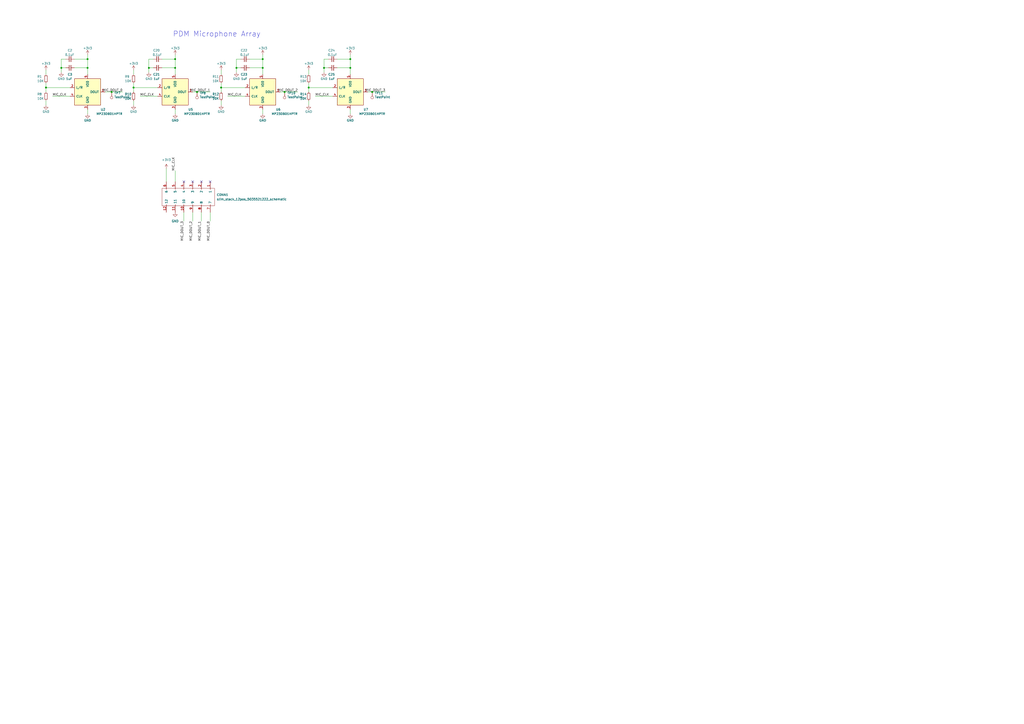
<source format=kicad_sch>
(kicad_sch (version 20211123) (generator eeschema)
  (paper "A2")
  (title_block (title "Multi Speaker Wearable Array") (date "2021-11-20") (rev "V 0.1") (comment 3 "Fork of: Mico, Electronuts Labs") (comment 4 "Design: Cayden Pierce"))
  (lib_symbols
    (symbol "+3V3_1" (power) (pin_names (offset 0))
      (property "Value" "+3V3_1" (at 0 3.556 0))
      (symbol "+3V3_1_0_1"
        (polyline (pts (xy -0.762 1.27) (xy 0 2.54)))
        (polyline (pts (xy 0 0) (xy 0 2.54)))
        (polyline (pts (xy 0 2.54) (xy 0.762 1.27)))
      )
      (symbol "+3V3_1_1_1"
        (pin power_in line (at 0 0 90) (length 0) hide (name "+3V3") (number "1"))
      )
    )
    (symbol "Connector:TestPoint" (pin_numbers hide) (pin_names (offset 0.762) hide)
      (property "Reference" "TP" (at 0 6.858 0))
      (property "Value" "Connector_TestPoint" (at 0 5.08 0))
      (symbol "TestPoint_0_1"
        (circle (center 0 3.302) (radius 0.762))
      )
      (symbol "TestPoint_1_1"
        (pin passive line (at 0 0 90) (length 2.54) (name "1") (number "1"))
      )
    )
    (symbol "Device:C_Small" (pin_numbers hide) (pin_names (offset 0.254) hide)
      (property "Reference" "C" (at 0.254 1.778 0))
      (property "Value" "Device_C_Small" (at 0.254 -2.032 0))
      (symbol "C_Small_0_1"
        (polyline (pts (xy -1.524 -0.508) (xy 1.524 -0.508)) (stroke (width 0.3302)))
        (polyline (pts (xy -1.524 0.508) (xy 1.524 0.508)) (stroke (width 0.3048)))
      )
      (symbol "C_Small_1_1"
        (pin passive line (at 0 2.54 270) (length 2.032) (name "~") (number "1"))
        (pin passive line (at 0 -2.54 90) (length 2.032) (name "~") (number "2"))
      )
    )
    (symbol "Device:R_Small" (pin_numbers hide) (pin_names (offset 0.254) hide)
      (property "Reference" "R" (at 0.762 0.508 0))
      (property "Value" "Device_R_Small" (at 0.762 -1.016 0))
      (symbol "R_Small_0_1"
        (rectangle (start -0.762 1.778) (end 0.762 -1.778) (stroke (width 0.2032)))
      )
      (symbol "R_Small_1_1"
        (pin passive line (at 0 2.54 270) (length 0.762) (name "~") (number "1"))
        (pin passive line (at 0 -2.54 90) (length 0.762) (name "~") (number "2"))
      )
    )
    (symbol "GND_1" (power) (pin_names (offset 0))
      (property "Value" "GND_1" (at 0 -3.81 0))
      (symbol "GND_1_0_1"
        (polyline (pts (xy 0 0) (xy 0 -1.27) (xy 1.27 -1.27) (xy 0 -2.54) (xy -1.27 -1.27) (xy 0 -1.27)))
      )
      (symbol "GND_1_1_1"
        (pin power_in line (at 0 0 270) (length 0) hide (name "GND") (number "1"))
      )
    )
    (symbol "MSA_lib:slim_stack_12pos_5035521222_schematic"
      (property "Reference" "CONN" (at 24.13 0 90))
      (property "Value" "slim_stack_12pos_5035521222_schematic" (at 1.27 10.16 0))
      (symbol "slim_stack_12pos_5035521222_schematic_0_1"
        (rectangle (start -8.89 2.54) (end 21.59 -7.62))
      )
      (symbol "slim_stack_12pos_5035521222_schematic_1_1"
        (pin bidirectional line (at 19.05 6.35 270) (length 4.54) (name "1") (number "1"))
        (pin bidirectional line (at 3.81 -11.43 90) (length 4.54) (name "10") (number "10"))
        (pin bidirectional line (at -1.27 -11.43 90) (length 4.54) (name "11") (number "11"))
        (pin bidirectional line (at -6.35 -11.43 90) (length 4.54) (name "12") (number "12"))
        (pin bidirectional line (at 13.97 6.35 270) (length 4.54) (name "2") (number "2"))
        (pin bidirectional line (at 8.89 6.35 270) (length 4.54) (name "3") (number "3"))
        (pin bidirectional line (at 3.81 6.35 270) (length 4.54) (name "4") (number "4"))
        (pin bidirectional line (at -1.27 6.35 270) (length 4.54) (name "5") (number "5"))
        (pin bidirectional line (at -6.35 6.35 270) (length 4.54) (name "6") (number "6"))
        (pin bidirectional line (at 19.05 -11.43 90) (length 4.54) (name "7") (number "7"))
        (pin bidirectional line (at 13.97 -11.43 90) (length 4.54) (name "8") (number "8"))
        (pin bidirectional line (at 8.89 -11.43 90) (length 4.54) (name "9") (number "9"))
      )
    )
    (symbol "mico:MP23DB01HPTR" (pin_names (offset 1.016))
      (property "Reference" "U" (at -2.54 17.78 0))
      (property "Value" "MP23DB01HPTR" (at -2.54 15.24 0))
      (symbol "MP23DB01HPTR_0_1"
        (rectangle (start -7.62 7.62) (end 7.62 -7.62) (stroke (width 0.2032)) (fill (type background)))
      )
      (symbol "MP23DB01HPTR_1_1"
        (pin output line (at 10.16 0 180) (length 2.54) (name "DOUT") (number "1"))
        (pin input line (at -10.16 2.54 0) (length 2.54) (name "L/R") (number "2"))
        (pin power_in line (at 0 -10.16 90) (length 2.54) (name "GND") (number "3"))
        (pin input line (at -10.16 -2.54 0) (length 2.54) (name "CLK") (number "4"))
        (pin power_in line (at 0 10.16 270) (length 2.54) (name "VDD") (number "5"))
      )
    )
    (symbol "power:+3V3" (power) (pin_names (offset 0))
      (property "Value" "power_+3V3" (at 0 3.556 0))
      (symbol "+3V3_0_1"
        (polyline (pts (xy -0.762 1.27) (xy 0 2.54)))
        (polyline (pts (xy 0 0) (xy 0 2.54)))
        (polyline (pts (xy 0 2.54) (xy 0.762 1.27)))
      )
      (symbol "+3V3_1_1"
        (pin power_in line (at 0 0 90) (length 0) hide (name "+3V3") (number "1"))
      )
    )
    (symbol "power:GND" (power) (pin_names (offset 0))
      (property "Value" "power_GND" (at 0 -3.81 0))
      (symbol "GND_0_1"
        (polyline (pts (xy 0 0) (xy 0 -1.27) (xy 1.27 -1.27) (xy 0 -2.54) (xy -1.27 -1.27) (xy 0 -1.27)))
      )
      (symbol "GND_1_1"
        (pin power_in line (at 0 0 270) (length 0) hide (name "GND") (number "1"))
      )
    )
  )
  (junction (at 179.07 50.8))
  (junction (at 50.8 34.29))
  (junction (at 86.36 39.37))
  (junction (at 203.2 34.29))
  (junction (at 128.27 50.8))
  (junction (at 101.6 34.29))
  (junction (at 152.4 34.29))
  (junction (at 114.3 53.34))
  (junction (at 137.16 39.37))
  (junction (at 35.56 39.37))
  (junction (at 64.77 53.34))
  (junction (at 101.6 39.37))
  (junction (at 77.47 50.8))
  (junction (at 50.8 39.37))
  (junction (at 152.4 39.37))
  (junction (at 203.2 39.37))
  (junction (at 187.96 39.37))
  (junction (at 165.1 53.34))
  (junction (at 26.67 50.8))
  (junction (at 215.9 53.34))
  (no_connect (at 106.68 105.41))
  (no_connect (at 121.92 105.41))
  (no_connect (at 116.84 105.41))
  (no_connect (at 111.76 105.41))
  (wire (pts (xy 26.67 43.18) (xy 26.67 40.64)))
  (wire (pts (xy 179.07 58.42) (xy 179.07 60.96)))
  (wire (pts (xy 93.98 34.29) (xy 101.6 34.29)))
  (wire (pts (xy 77.47 58.42) (xy 77.47 60.96)))
  (wire (pts (xy 86.36 34.29) (xy 88.9 34.29)))
  (wire (pts (xy 114.3 53.34) (xy 121.92 53.34)))
  (wire (pts (xy 128.27 50.8) (xy 142.24 50.8)))
  (wire (pts (xy 142.24 55.88) (xy 132.08 55.88)))
  (wire (pts (xy 137.16 39.37) (xy 137.16 41.91)))
  (wire (pts (xy 35.56 34.29) (xy 38.1 34.29)))
  (wire (pts (xy 152.4 63.5) (xy 152.4 66.04)))
  (wire (pts (xy 86.36 39.37) (xy 86.36 41.91)))
  (wire (pts (xy 128.27 53.34) (xy 128.27 50.8)))
  (wire (pts (xy 187.96 39.37) (xy 187.96 34.29)))
  (wire (pts (xy 179.07 53.34) (xy 179.07 50.8)))
  (wire (pts (xy 121.92 123.19) (xy 121.92 128.27)))
  (wire (pts (xy 195.58 39.37) (xy 203.2 39.37)))
  (wire (pts (xy 179.07 50.8) (xy 179.07 48.26)))
  (wire (pts (xy 203.2 43.18) (xy 203.2 39.37)))
  (wire (pts (xy 179.07 50.8) (xy 193.04 50.8)))
  (wire (pts (xy 93.98 39.37) (xy 101.6 39.37)))
  (wire (pts (xy 35.56 39.37) (xy 35.56 41.91)))
  (wire (pts (xy 128.27 50.8) (xy 128.27 48.26)))
  (wire (pts (xy 96.52 97.79) (xy 96.52 105.41)))
  (wire (pts (xy 187.96 34.29) (xy 190.5 34.29)))
  (wire (pts (xy 213.36 53.34) (xy 215.9 53.34)))
  (wire (pts (xy 179.07 43.18) (xy 179.07 40.64)))
  (wire (pts (xy 26.67 53.34) (xy 26.67 50.8)))
  (wire (pts (xy 26.67 58.42) (xy 26.67 60.96)))
  (wire (pts (xy 144.78 39.37) (xy 152.4 39.37)))
  (wire (pts (xy 193.04 55.88) (xy 182.88 55.88)))
  (wire (pts (xy 88.9 39.37) (xy 86.36 39.37)))
  (wire (pts (xy 203.2 34.29) (xy 203.2 31.75)))
  (wire (pts (xy 137.16 39.37) (xy 137.16 34.29)))
  (wire (pts (xy 64.77 53.34) (xy 71.12 53.34)))
  (wire (pts (xy 128.27 43.18) (xy 128.27 40.64)))
  (wire (pts (xy 152.4 43.18) (xy 152.4 39.37)))
  (wire (pts (xy 26.67 50.8) (xy 40.64 50.8)))
  (wire (pts (xy 43.18 34.29) (xy 50.8 34.29)))
  (wire (pts (xy 116.84 123.19) (xy 116.84 128.27)))
  (wire (pts (xy 77.47 43.18) (xy 77.47 40.64)))
  (wire (pts (xy 139.7 39.37) (xy 137.16 39.37)))
  (wire (pts (xy 144.78 34.29) (xy 152.4 34.29)))
  (wire (pts (xy 215.9 53.34) (xy 223.52 53.34)))
  (wire (pts (xy 50.8 43.18) (xy 50.8 39.37)))
  (wire (pts (xy 35.56 39.37) (xy 35.56 34.29)))
  (wire (pts (xy 77.47 50.8) (xy 77.47 48.26)))
  (wire (pts (xy 111.76 123.19) (xy 111.76 128.27)))
  (wire (pts (xy 101.6 39.37) (xy 101.6 34.29)))
  (wire (pts (xy 50.8 39.37) (xy 50.8 34.29)))
  (wire (pts (xy 26.67 50.8) (xy 26.67 48.26)))
  (wire (pts (xy 152.4 34.29) (xy 152.4 31.75)))
  (wire (pts (xy 101.6 43.18) (xy 101.6 39.37)))
  (wire (pts (xy 77.47 53.34) (xy 77.47 50.8)))
  (wire (pts (xy 91.44 55.88) (xy 81.28 55.88)))
  (wire (pts (xy 152.4 39.37) (xy 152.4 34.29)))
  (wire (pts (xy 60.96 53.34) (xy 64.77 53.34)))
  (wire (pts (xy 50.8 63.5) (xy 50.8 66.04)))
  (wire (pts (xy 137.16 34.29) (xy 139.7 34.29)))
  (wire (pts (xy 190.5 39.37) (xy 187.96 39.37)))
  (wire (pts (xy 106.68 123.19) (xy 106.68 128.27)))
  (wire (pts (xy 165.1 53.34) (xy 172.72 53.34)))
  (wire (pts (xy 111.76 53.34) (xy 114.3 53.34)))
  (wire (pts (xy 101.6 63.5) (xy 101.6 66.04)))
  (wire (pts (xy 77.47 50.8) (xy 91.44 50.8)))
  (wire (pts (xy 187.96 39.37) (xy 187.96 41.91)))
  (wire (pts (xy 203.2 63.5) (xy 203.2 66.04)))
  (wire (pts (xy 43.18 39.37) (xy 50.8 39.37)))
  (wire (pts (xy 50.8 34.29) (xy 50.8 31.75)))
  (wire (pts (xy 162.56 53.34) (xy 165.1 53.34)))
  (wire (pts (xy 101.6 34.29) (xy 101.6 31.75)))
  (wire (pts (xy 195.58 34.29) (xy 203.2 34.29)))
  (wire (pts (xy 38.1 39.37) (xy 35.56 39.37)))
  (wire (pts (xy 40.64 55.88) (xy 30.48 55.88)))
  (wire (pts (xy 101.6 99.06) (xy 101.6 105.41)))
  (wire (pts (xy 86.36 39.37) (xy 86.36 34.29)))
  (wire (pts (xy 203.2 39.37) (xy 203.2 34.29)))
  (wire (pts (xy 128.27 58.42) (xy 128.27 60.96)))
  (text "PDM Microphone Array" (at 100.33 21.59 0) (effects (font (size 2.9972 2.9972)) (justify left bottom)))
  (label "MIC_CLK" (at 30.48 55.88 0))
  (label "MIC_DOUT_1" (at 116.84 128.27 270))
  (label "MIC_CLK" (at 132.08 55.88 0))
  (label "MIC_CLK" (at 101.6 99.06 90))
  (label "MIC_DOUT_2" (at 111.76 128.27 270))
  (label "MIC_DOUT_0" (at 71.12 53.34 180))
  (label "MIC_CLK" (at 182.88 55.88 0))
  (label "MIC_DOUT_3" (at 223.52 53.34 180))
  (label "MIC_CLK" (at 81.28 55.88 0))
  (label "MIC_DOUT_0" (at 121.92 128.27 270))
  (label "MIC_DOUT_2" (at 172.72 53.34 180))
  (label "MIC_DOUT_3" (at 106.68 128.27 270))
  (label "MIC_DOUT_1" (at 121.92 53.34 180))
  (symbol (lib_id "Connector:TestPoint") (at 64.77 53.34 180) (unit 1)
    (property "Reference" "TP7" (at 66.2432 54.0004 0) (effects (justify right)))
    (property "Value" "TestPoint" (at 66.2432 56.3118 0) (effects (justify right)))
    (property "Footprint" "mico:SMD_1x01_P1.27mm" (effects hide))
  )
  (symbol (lib_id "Connector:TestPoint") (at 114.3 53.34 180) (unit 1)
    (property "Reference" "TP8" (at 115.7732 54.0004 0) (effects (justify right)))
    (property "Value" "TestPoint" (at 115.7732 56.3118 0) (effects (justify right)))
    (property "Footprint" "mico:SMD_1x01_P1.27mm" (effects hide))
  )
  (symbol (lib_id "Connector:TestPoint") (at 165.1 53.34 180) (unit 1)
    (property "Reference" "TP10" (at 166.5732 54.0004 0) (effects (justify right)))
    (property "Value" "TestPoint" (at 166.5732 56.3118 0) (effects (justify right)))
    (property "Footprint" "mico:SMD_1x01_P1.27mm" (effects hide))
  )
  (symbol (lib_id "Connector:TestPoint") (at 215.9 53.34 180) (unit 1)
    (property "Reference" "TP11" (at 217.3732 54.0004 0) (effects (justify right)))
    (property "Value" "TestPoint" (at 217.3732 56.3118 0) (effects (justify right)))
    (property "Footprint" "mico:SMD_1x01_P1.27mm" (effects hide))
  )
  (symbol (lib_id "power:GND") (at 50.8 66.04 0) (unit 1)
    (property "Reference" "#PWR030" (effects hide))
    (property "Value" "GND" (at 50.8 69.85 0))
  )
  (symbol (lib_id "power:+3V3") (at 50.8 31.75 0) (unit 1)
    (property "Reference" "#PWR09" (effects hide))
    (property "Value" "+3V3" (at 50.8 27.94 0))
  )
  (symbol (lib_id "power:GND") (at 35.56 41.91 0) (unit 1)
    (property "Reference" "#PWR08" (effects hide))
    (property "Value" "GND" (at 35.56 45.72 0))
  )
  (symbol (lib_id "mico:MP23DB01HPTR") (at 50.8 53.34 0) (unit 1)
    (property "Reference" "U2" (at 58.42 63.5 0) (effects (justify left)))
    (property "Value" "MP23DB01HPTR" (at 55.88 66.04 0) (effects (justify left)))
    (property "Footprint" "mico:MIC_SPH0641LU4H-1" (effects hide))
  )
  (symbol (lib_id "power:GND") (at 26.67 60.96 0) (unit 1)
    (property "Reference" "#PWR05" (effects hide))
    (property "Value" "GND" (at 26.67 64.77 0))
  )
  (symbol (lib_id "Device:R_Small") (at 26.67 55.88 0) (unit 1)
    (property "Reference" "R8" (at 21.59 54.61 0) (effects (justify left)))
    (property "Value" "10K" (at 21.59 57.15 0) (effects (justify left)))
    (property "Footprint" "Resistor_SMD:R_0402_1005Metric" (effects hide))
  )
  (symbol (lib_id "Device:R_Small") (at 26.67 45.72 0) (unit 1)
    (property "Reference" "R1" (at 21.59 44.45 0) (effects (justify left)))
    (property "Value" "10K" (at 21.59 46.99 0) (effects (justify left)))
    (property "Footprint" "Resistor_SMD:R_0402_1005Metric" (effects hide))
  )
  (symbol (lib_id "power:+3V3") (at 26.67 40.64 0) (unit 1)
    (property "Reference" "#PWR02" (effects hide))
    (property "Value" "+3V3" (at 26.67 36.83 0))
  )
  (symbol (lib_id "Device:C_Small") (at 40.64 39.37 90) (unit 1)
    (property "Reference" "C3" (at 41.91 43.18 90) (effects (justify left)))
    (property "Value" "1uF" (at 41.91 45.72 90) (effects (justify left)))
    (property "Footprint" "Capacitor_SMD:C_0402_1005Metric" (effects hide))
  )
  (symbol (lib_id "Device:C_Small") (at 40.64 34.29 90) (unit 1)
    (property "Reference" "C2" (at 41.91 29.21 90) (effects (justify left)))
    (property "Value" "0.1uF" (at 43.18 31.75 90) (effects (justify left)))
    (property "Footprint" "Capacitor_SMD:C_0402_1005Metric" (effects hide))
  )
  (symbol (lib_id "power:GND") (at 101.6 66.04 0) (unit 1)
    (property "Reference" "#PWR036" (effects hide))
    (property "Value" "GND" (at 101.6 69.85 0))
  )
  (symbol (lib_id "power:+3V3") (at 101.6 31.75 0) (unit 1)
    (property "Reference" "#PWR035" (effects hide))
    (property "Value" "+3V3" (at 101.6 27.94 0))
  )
  (symbol (lib_id "power:GND") (at 86.36 41.91 0) (unit 1)
    (property "Reference" "#PWR034" (effects hide))
    (property "Value" "GND" (at 86.36 45.72 0))
  )
  (symbol (lib_id "mico:MP23DB01HPTR") (at 101.6 53.34 0) (unit 1)
    (property "Reference" "U5" (at 109.22 63.5 0) (effects (justify left)))
    (property "Value" "MP23DB01HPTR" (at 106.68 66.04 0) (effects (justify left)))
    (property "Footprint" "mico:MIC_SPH0641LU4H-1" (effects hide))
  )
  (symbol (lib_id "power:GND") (at 77.47 60.96 0) (unit 1)
    (property "Reference" "#PWR033" (effects hide))
    (property "Value" "GND" (at 77.47 64.77 0))
  )
  (symbol (lib_id "Device:R_Small") (at 77.47 55.88 0) (unit 1)
    (property "Reference" "R10" (at 72.39 54.61 0) (effects (justify left)))
    (property "Value" "10K" (at 72.39 57.15 0) (effects (justify left)))
    (property "Footprint" "Resistor_SMD:R_0402_1005Metric" (effects hide))
  )
  (symbol (lib_id "Device:R_Small") (at 77.47 45.72 0) (unit 1)
    (property "Reference" "R9" (at 72.39 44.45 0) (effects (justify left)))
    (property "Value" "10K" (at 72.39 46.99 0) (effects (justify left)))
    (property "Footprint" "Resistor_SMD:R_0402_1005Metric" (effects hide))
  )
  (symbol (lib_id "power:+3V3") (at 77.47 40.64 0) (unit 1)
    (property "Reference" "#PWR032" (effects hide))
    (property "Value" "+3V3" (at 77.47 36.83 0))
  )
  (symbol (lib_id "Device:C_Small") (at 91.44 39.37 90) (unit 1)
    (property "Reference" "C21" (at 92.71 43.18 90) (effects (justify left)))
    (property "Value" "1uF" (at 92.71 45.72 90) (effects (justify left)))
    (property "Footprint" "Capacitor_SMD:C_0402_1005Metric" (effects hide))
  )
  (symbol (lib_id "Device:C_Small") (at 91.44 34.29 90) (unit 1)
    (property "Reference" "C20" (at 92.71 29.21 90) (effects (justify left)))
    (property "Value" "0.1uF" (at 93.98 31.75 90) (effects (justify left)))
    (property "Footprint" "Capacitor_SMD:C_0402_1005Metric" (effects hide))
  )
  (symbol (lib_id "power:GND") (at 152.4 66.04 0) (unit 1)
    (property "Reference" "#PWR041" (effects hide))
    (property "Value" "GND" (at 152.4 69.85 0))
  )
  (symbol (lib_id "power:+3V3") (at 152.4 31.75 0) (unit 1)
    (property "Reference" "#PWR040" (effects hide))
    (property "Value" "+3V3" (at 152.4 27.94 0))
  )
  (symbol (lib_id "power:GND") (at 137.16 41.91 0) (unit 1)
    (property "Reference" "#PWR039" (effects hide))
    (property "Value" "GND" (at 137.16 45.72 0))
  )
  (symbol (lib_id "mico:MP23DB01HPTR") (at 152.4 53.34 0) (unit 1)
    (property "Reference" "U6" (at 160.02 63.5 0) (effects (justify left)))
    (property "Value" "MP23DB01HPTR" (at 157.48 66.04 0) (effects (justify left)))
    (property "Footprint" "mico:MIC_SPH0641LU4H-1" (effects hide))
  )
  (symbol (lib_id "power:GND") (at 128.27 60.96 0) (unit 1)
    (property "Reference" "#PWR038" (effects hide))
    (property "Value" "GND" (at 128.27 64.77 0))
  )
  (symbol (lib_id "Device:R_Small") (at 128.27 55.88 0) (unit 1)
    (property "Reference" "R12" (at 123.19 54.61 0) (effects (justify left)))
    (property "Value" "10K" (at 123.19 57.15 0) (effects (justify left)))
    (property "Footprint" "Resistor_SMD:R_0402_1005Metric" (effects hide))
  )
  (symbol (lib_id "Device:R_Small") (at 128.27 45.72 0) (unit 1)
    (property "Reference" "R11" (at 123.19 44.45 0) (effects (justify left)))
    (property "Value" "10K" (at 123.19 46.99 0) (effects (justify left)))
    (property "Footprint" "Resistor_SMD:R_0402_1005Metric" (effects hide))
  )
  (symbol (lib_id "power:+3V3") (at 128.27 40.64 0) (unit 1)
    (property "Reference" "#PWR037" (effects hide))
    (property "Value" "+3V3" (at 128.27 36.83 0))
  )
  (symbol (lib_id "Device:C_Small") (at 142.24 39.37 90) (unit 1)
    (property "Reference" "C23" (at 143.51 43.18 90) (effects (justify left)))
    (property "Value" "1uF" (at 143.51 45.72 90) (effects (justify left)))
    (property "Footprint" "Capacitor_SMD:C_0402_1005Metric" (effects hide))
  )
  (symbol (lib_id "Device:C_Small") (at 142.24 34.29 90) (unit 1)
    (property "Reference" "C22" (at 143.51 29.21 90) (effects (justify left)))
    (property "Value" "0.1uF" (at 144.78 31.75 90) (effects (justify left)))
    (property "Footprint" "Capacitor_SMD:C_0402_1005Metric" (effects hide))
  )
  (symbol (lib_id "power:GND") (at 203.2 66.04 0) (unit 1)
    (property "Reference" "#PWR046" (effects hide))
    (property "Value" "GND" (at 203.2 69.85 0))
  )
  (symbol (lib_id "power:+3V3") (at 203.2 31.75 0) (unit 1)
    (property "Reference" "#PWR045" (effects hide))
    (property "Value" "+3V3" (at 203.2 27.94 0))
  )
  (symbol (lib_id "power:GND") (at 187.96 41.91 0) (unit 1)
    (property "Reference" "#PWR044" (effects hide))
    (property "Value" "GND" (at 187.96 45.72 0))
  )
  (symbol (lib_id "mico:MP23DB01HPTR") (at 203.2 53.34 0) (unit 1)
    (property "Reference" "U7" (at 210.82 63.5 0) (effects (justify left)))
    (property "Value" "MP23DB01HPTR" (at 208.28 66.04 0) (effects (justify left)))
    (property "Footprint" "mico:MIC_SPH0641LU4H-1" (effects hide))
  )
  (symbol (lib_id "power:GND") (at 179.07 60.96 0) (unit 1)
    (property "Reference" "#PWR043" (effects hide))
    (property "Value" "GND" (at 179.07 64.77 0))
  )
  (symbol (lib_id "Device:R_Small") (at 179.07 55.88 0) (unit 1)
    (property "Reference" "R14" (at 173.99 54.61 0) (effects (justify left)))
    (property "Value" "10K" (at 173.99 57.15 0) (effects (justify left)))
    (property "Footprint" "Resistor_SMD:R_0402_1005Metric" (effects hide))
  )
  (symbol (lib_id "Device:R_Small") (at 179.07 45.72 0) (unit 1)
    (property "Reference" "R13" (at 173.99 44.45 0) (effects (justify left)))
    (property "Value" "10K" (at 173.99 46.99 0) (effects (justify left)))
    (property "Footprint" "Resistor_SMD:R_0402_1005Metric" (effects hide))
  )
  (symbol (lib_id "power:+3V3") (at 179.07 40.64 0) (unit 1)
    (property "Reference" "#PWR042" (effects hide))
    (property "Value" "+3V3" (at 179.07 36.83 0))
  )
  (symbol (lib_id "Device:C_Small") (at 193.04 39.37 90) (unit 1)
    (property "Reference" "C25" (at 194.31 43.18 90) (effects (justify left)))
    (property "Value" "1uF" (at 194.31 45.72 90) (effects (justify left)))
    (property "Footprint" "Capacitor_SMD:C_0402_1005Metric" (effects hide))
  )
  (symbol (lib_id "Device:C_Small") (at 193.04 34.29 90) (unit 1)
    (property "Reference" "C24" (at 194.31 29.21 90) (effects (justify left)))
    (property "Value" "0.1uF" (at 195.58 31.75 90) (effects (justify left)))
    (property "Footprint" "Capacitor_SMD:C_0402_1005Metric" (effects hide))
  )
  (symbol (lib_id "MSA_lib:slim_stack_12pos_5035521222_schematic") (at 102.87 111.76 0) (unit 1)
    (property "Reference" "CONN1" (at 125.73 113.0299 0) (effects (justify left)))
    (property "Value" "slim_stack_12pos_5035521222_schematic" (at 125.73 115.5699 0) (effects (justify left)))
    (property "Footprint" "OpenSourceSmartGlasses:slim_stack_molex_PLUG_5035521222" (effects hide))
  )
  (symbol (lib_name "+3V3_1") (lib_id "power:+3V3") (at 96.52 97.79 0) (unit 1)
    (property "Reference" "#PWR0101" (effects hide))
    (property "Value" "+3V3" (at 96.52 92.71 0))
  )
  (symbol (lib_name "GND_1") (lib_id "power:GND") (at 101.6 123.19 0) (unit 1)
    (property "Reference" "#PWR0102" (effects hide))
    (property "Value" "GND" (at 101.6 128.27 0))
  )
)
</source>
